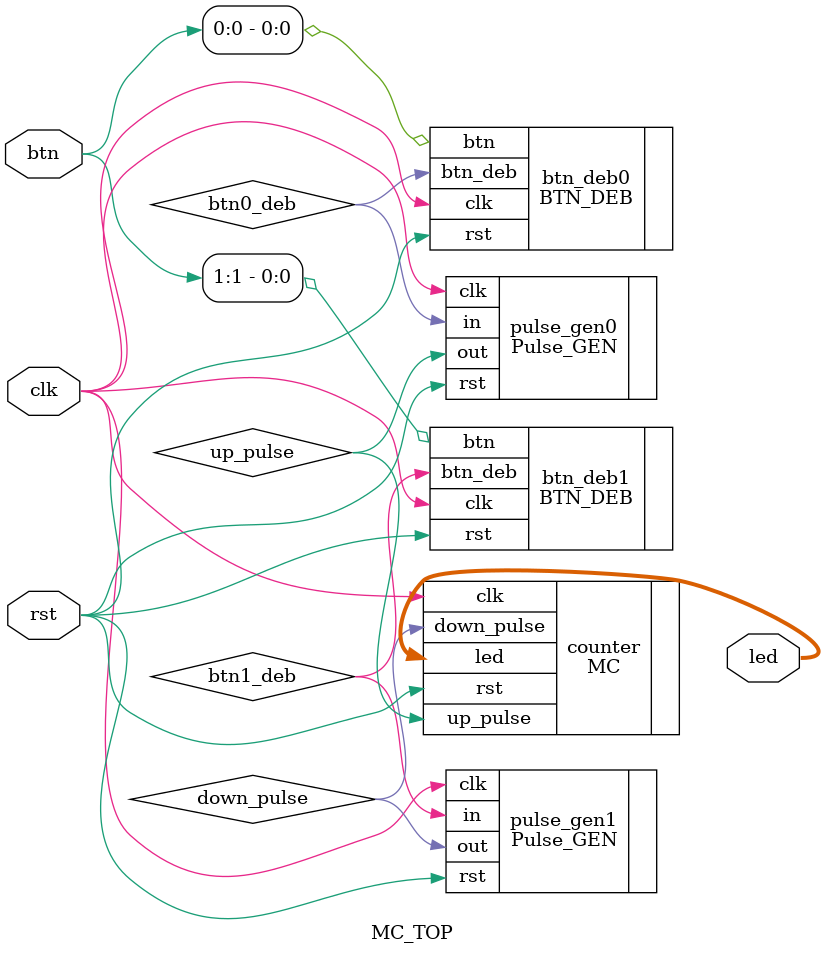
<source format=v>
module MC_TOP (
    input clk, rst,
    input [1:0] btn,
    output [3:0] led
);

    
    wire btn0_deb, btn1_deb;
    wire up_pulse, down_pulse;
    BTN_DEB btn_deb0 (
        .clk(clk),
        .rst(rst),
        .btn(btn[0]),
        .btn_deb(btn0_deb)
    );

    BTN_DEB btn_deb1 (
        .clk(clk),
        .rst(rst),
        .btn(btn[1]),
        .btn_deb(btn1_deb)
    );

  
    Pulse_GEN pulse_gen0 (
        .clk(clk),
        .rst(rst),
        .in(btn0_deb),
        .out(up_pulse)
    );

    Pulse_GEN pulse_gen1 (
        .clk(clk),
        .rst(rst),
        .in(btn1_deb),
        .out(down_pulse)
    );

    
    MC counter (
        .clk(clk),
        .rst(rst),
        .up_pulse(up_pulse),
        .down_pulse(down_pulse),
        .led(led)
    );

endmodule
</source>
